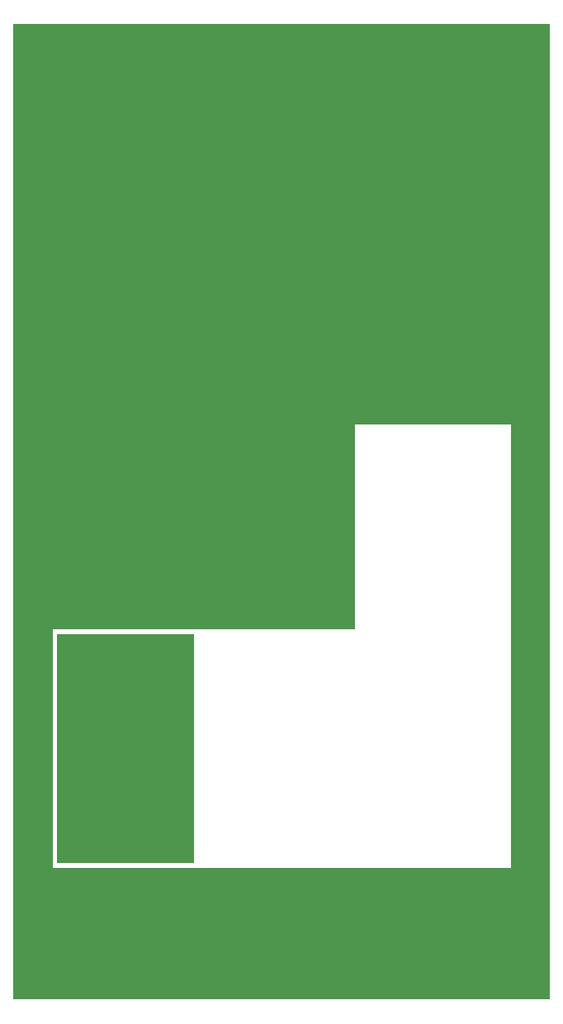
<source format=gbr>
G04 start of page 9 for group 7 idx 7 *
G04 Title: EPTPREAMPS, nocoating *
G04 Creator: pcb 1.99z *
G04 CreationDate: Do 09 Apr 2015 07:41:23 GMT UTC *
G04 For: stephan *
G04 Format: Gerber/RS-274X *
G04 PCB-Dimensions (mil): 2952.76 4724.41 *
G04 PCB-Coordinate-Origin: lower left *
%MOIN*%
%FSLAX25Y25*%
%LNNOCOATING*%
%ADD52C,0.0001*%
G54D52*G36*
X147638Y433071D02*X255906D01*
Y39370D01*
X147638D01*
Y92520D01*
X240157D01*
Y271654D01*
X177165D01*
Y188976D01*
X147638D01*
Y433071D01*
G37*
G36*
X39370D02*X147638D01*
Y188976D01*
X55118D01*
Y92520D01*
X147638D01*
Y39370D01*
X39370D01*
Y433071D01*
G37*
G36*
X57087Y187008D02*X112205D01*
Y94488D01*
X57087D01*
Y187008D01*
G37*
M02*

</source>
